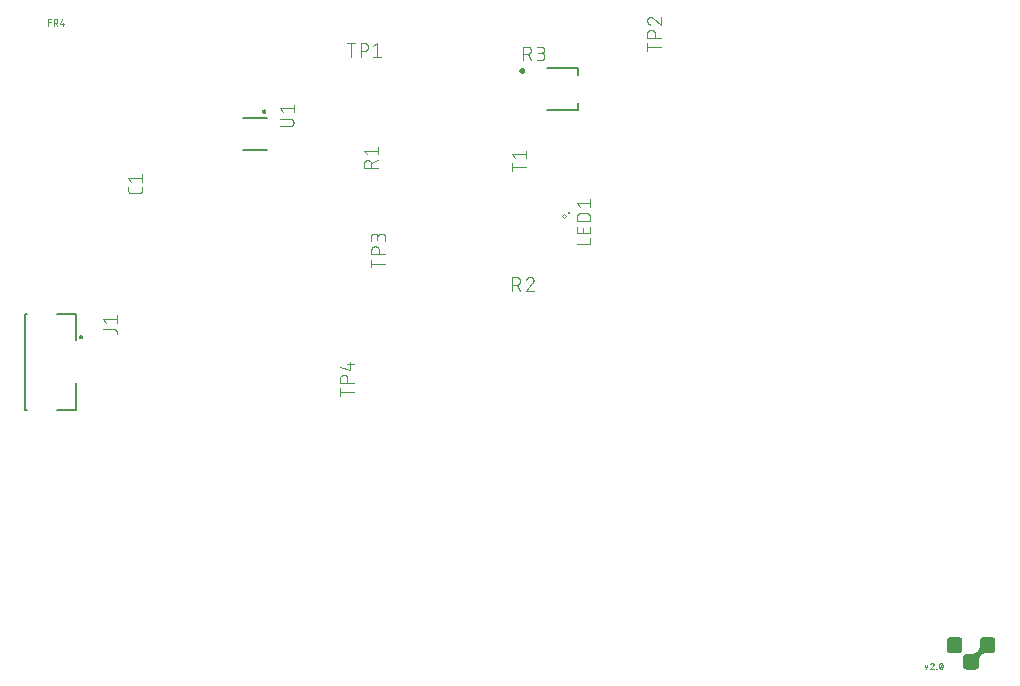
<source format=gto>
G04 EAGLE Gerber RS-274X export*
G75*
%MOMM*%
%FSLAX34Y34*%
%LPD*%
%INSilkscreen Top*%
%IPPOS*%
%AMOC8*
5,1,8,0,0,1.08239X$1,22.5*%
G01*
%ADD10C,0.076200*%
%ADD11C,0.200000*%
%ADD12C,0.127000*%
%ADD13C,0.101600*%
%ADD14C,0.240000*%
%ADD15C,0.063400*%
%ADD16C,0.250000*%

G36*
X805511Y10135D02*
X805511Y10135D01*
X805540Y10133D01*
X806197Y10220D01*
X806233Y10233D01*
X806293Y10245D01*
X806906Y10499D01*
X806936Y10521D01*
X806991Y10549D01*
X807518Y10952D01*
X807542Y10982D01*
X807588Y11022D01*
X807991Y11549D01*
X808007Y11583D01*
X808041Y11635D01*
X808295Y12247D01*
X808301Y12285D01*
X808319Y12338D01*
X808319Y12339D01*
X808320Y12343D01*
X808407Y13000D01*
X808405Y13022D01*
X808410Y13050D01*
X808410Y18111D01*
X808527Y19294D01*
X808866Y20414D01*
X809418Y21446D01*
X810160Y22350D01*
X811064Y23092D01*
X812096Y23644D01*
X813216Y23983D01*
X814399Y24100D01*
X819460Y24100D01*
X819481Y24105D01*
X819510Y24103D01*
X820167Y24190D01*
X820203Y24203D01*
X820263Y24215D01*
X820876Y24469D01*
X820906Y24491D01*
X820961Y24519D01*
X821488Y24922D01*
X821512Y24952D01*
X821558Y24992D01*
X821961Y25519D01*
X821977Y25553D01*
X822011Y25605D01*
X822265Y26217D01*
X822271Y26255D01*
X822290Y26313D01*
X822377Y26970D01*
X822375Y26992D01*
X822380Y27020D01*
X822380Y34640D01*
X822375Y34661D01*
X822377Y34690D01*
X822290Y35347D01*
X822277Y35383D01*
X822265Y35443D01*
X822011Y36056D01*
X821989Y36086D01*
X821961Y36141D01*
X821558Y36668D01*
X821528Y36692D01*
X821488Y36738D01*
X820961Y37141D01*
X820927Y37157D01*
X820876Y37191D01*
X820263Y37445D01*
X820226Y37451D01*
X820167Y37470D01*
X819510Y37557D01*
X819488Y37555D01*
X819460Y37560D01*
X811840Y37560D01*
X811819Y37555D01*
X811790Y37557D01*
X811133Y37470D01*
X811097Y37457D01*
X811037Y37445D01*
X810425Y37191D01*
X810394Y37169D01*
X810339Y37141D01*
X809812Y36738D01*
X809788Y36708D01*
X809742Y36668D01*
X809339Y36141D01*
X809323Y36107D01*
X809289Y36056D01*
X809035Y35443D01*
X809029Y35406D01*
X809010Y35347D01*
X808923Y34690D01*
X808925Y34668D01*
X808920Y34640D01*
X808920Y29579D01*
X808803Y28396D01*
X808464Y27276D01*
X807912Y26244D01*
X807170Y25340D01*
X806266Y24598D01*
X805234Y24046D01*
X804114Y23707D01*
X802931Y23590D01*
X797870Y23590D01*
X797849Y23585D01*
X797820Y23587D01*
X797163Y23500D01*
X797127Y23487D01*
X797067Y23475D01*
X796455Y23221D01*
X796424Y23199D01*
X796369Y23171D01*
X795842Y22768D01*
X795818Y22738D01*
X795772Y22698D01*
X795369Y22171D01*
X795353Y22137D01*
X795319Y22086D01*
X795065Y21473D01*
X795059Y21436D01*
X795040Y21377D01*
X794953Y20720D01*
X794955Y20698D01*
X794950Y20670D01*
X794950Y13050D01*
X794955Y13029D01*
X794953Y13000D01*
X795040Y12343D01*
X795047Y12323D01*
X795047Y12311D01*
X795055Y12296D01*
X795065Y12247D01*
X795319Y11635D01*
X795341Y11604D01*
X795369Y11549D01*
X795772Y11022D01*
X795777Y11019D01*
X795777Y11018D01*
X795784Y11013D01*
X795802Y10998D01*
X795842Y10952D01*
X796369Y10549D01*
X796403Y10533D01*
X796455Y10499D01*
X797067Y10245D01*
X797105Y10239D01*
X797163Y10220D01*
X797820Y10133D01*
X797842Y10135D01*
X797870Y10130D01*
X805490Y10130D01*
X805511Y10135D01*
G37*
G36*
X791541Y24105D02*
X791541Y24105D01*
X791570Y24103D01*
X792227Y24190D01*
X792263Y24203D01*
X792323Y24215D01*
X792936Y24469D01*
X792966Y24491D01*
X793021Y24519D01*
X793548Y24922D01*
X793572Y24952D01*
X793618Y24992D01*
X794021Y25519D01*
X794037Y25553D01*
X794071Y25605D01*
X794325Y26217D01*
X794331Y26255D01*
X794349Y26307D01*
X794349Y26309D01*
X794350Y26313D01*
X794437Y26970D01*
X794435Y26992D01*
X794440Y27020D01*
X794440Y34640D01*
X794435Y34661D01*
X794437Y34690D01*
X794350Y35347D01*
X794337Y35383D01*
X794325Y35443D01*
X794071Y36056D01*
X794049Y36086D01*
X794021Y36141D01*
X793618Y36668D01*
X793588Y36692D01*
X793548Y36738D01*
X793021Y37141D01*
X792987Y37157D01*
X792936Y37191D01*
X792323Y37445D01*
X792286Y37451D01*
X792227Y37470D01*
X791570Y37557D01*
X791548Y37555D01*
X791520Y37560D01*
X783900Y37560D01*
X783879Y37555D01*
X783850Y37557D01*
X783193Y37470D01*
X783157Y37457D01*
X783097Y37445D01*
X782485Y37191D01*
X782454Y37169D01*
X782399Y37141D01*
X781872Y36738D01*
X781848Y36708D01*
X781802Y36668D01*
X781399Y36141D01*
X781383Y36107D01*
X781349Y36056D01*
X781095Y35443D01*
X781089Y35406D01*
X781070Y35347D01*
X780983Y34690D01*
X780985Y34668D01*
X780980Y34640D01*
X780980Y27020D01*
X780985Y26999D01*
X780983Y26970D01*
X781070Y26313D01*
X781077Y26293D01*
X781077Y26281D01*
X781085Y26266D01*
X781095Y26217D01*
X781349Y25605D01*
X781371Y25574D01*
X781399Y25519D01*
X781802Y24992D01*
X781807Y24989D01*
X781807Y24988D01*
X781814Y24983D01*
X781832Y24968D01*
X781872Y24922D01*
X782399Y24519D01*
X782433Y24503D01*
X782485Y24469D01*
X783097Y24215D01*
X783135Y24209D01*
X783193Y24190D01*
X783850Y24103D01*
X783872Y24105D01*
X783900Y24100D01*
X791520Y24100D01*
X791541Y24105D01*
G37*
D10*
X762381Y13937D02*
X763566Y10381D01*
X764752Y13937D01*
X768652Y15715D02*
X768724Y15713D01*
X768796Y15707D01*
X768868Y15697D01*
X768939Y15684D01*
X769009Y15666D01*
X769078Y15645D01*
X769146Y15620D01*
X769212Y15592D01*
X769277Y15560D01*
X769340Y15524D01*
X769401Y15485D01*
X769459Y15443D01*
X769516Y15398D01*
X769569Y15349D01*
X769620Y15298D01*
X769669Y15245D01*
X769714Y15188D01*
X769756Y15130D01*
X769795Y15069D01*
X769831Y15006D01*
X769863Y14941D01*
X769891Y14875D01*
X769916Y14807D01*
X769937Y14738D01*
X769955Y14668D01*
X769968Y14597D01*
X769978Y14525D01*
X769984Y14453D01*
X769986Y14381D01*
X768652Y15715D02*
X768572Y15713D01*
X768493Y15708D01*
X768413Y15698D01*
X768335Y15685D01*
X768257Y15669D01*
X768179Y15649D01*
X768103Y15625D01*
X768028Y15597D01*
X767955Y15567D01*
X767883Y15533D01*
X767812Y15495D01*
X767744Y15454D01*
X767677Y15410D01*
X767612Y15364D01*
X767550Y15314D01*
X767490Y15261D01*
X767433Y15205D01*
X767378Y15147D01*
X767326Y15087D01*
X767277Y15024D01*
X767231Y14959D01*
X767188Y14892D01*
X767148Y14823D01*
X767112Y14752D01*
X767078Y14679D01*
X767049Y14605D01*
X767022Y14530D01*
X769541Y13344D02*
X769592Y13395D01*
X769640Y13449D01*
X769686Y13505D01*
X769729Y13564D01*
X769769Y13624D01*
X769805Y13687D01*
X769839Y13751D01*
X769869Y13817D01*
X769896Y13884D01*
X769919Y13953D01*
X769939Y14022D01*
X769956Y14093D01*
X769969Y14164D01*
X769978Y14236D01*
X769983Y14309D01*
X769985Y14381D01*
X769541Y13344D02*
X767022Y10381D01*
X769986Y10381D01*
X772196Y10381D02*
X772196Y10677D01*
X772493Y10677D01*
X772493Y10381D01*
X772196Y10381D01*
X774703Y13048D02*
X774705Y13173D01*
X774710Y13297D01*
X774719Y13421D01*
X774731Y13545D01*
X774747Y13669D01*
X774766Y13792D01*
X774789Y13915D01*
X774816Y14037D01*
X774845Y14158D01*
X774878Y14278D01*
X774915Y14397D01*
X774955Y14515D01*
X774998Y14632D01*
X775045Y14747D01*
X775095Y14862D01*
X775148Y14974D01*
X775171Y15035D01*
X775197Y15094D01*
X775227Y15152D01*
X775260Y15207D01*
X775297Y15261D01*
X775336Y15312D01*
X775378Y15361D01*
X775424Y15407D01*
X775472Y15451D01*
X775522Y15492D01*
X775575Y15529D01*
X775629Y15564D01*
X775686Y15595D01*
X775745Y15623D01*
X775805Y15647D01*
X775866Y15668D01*
X775928Y15685D01*
X775992Y15698D01*
X776056Y15707D01*
X776120Y15713D01*
X776185Y15715D01*
X776250Y15713D01*
X776314Y15707D01*
X776378Y15698D01*
X776442Y15685D01*
X776504Y15668D01*
X776565Y15647D01*
X776625Y15623D01*
X776684Y15595D01*
X776741Y15564D01*
X776795Y15529D01*
X776848Y15492D01*
X776898Y15451D01*
X776946Y15407D01*
X776992Y15361D01*
X777034Y15312D01*
X777073Y15261D01*
X777110Y15207D01*
X777143Y15152D01*
X777173Y15094D01*
X777199Y15035D01*
X777222Y14974D01*
X777275Y14862D01*
X777325Y14747D01*
X777372Y14632D01*
X777415Y14515D01*
X777455Y14397D01*
X777492Y14278D01*
X777525Y14158D01*
X777554Y14037D01*
X777581Y13915D01*
X777604Y13792D01*
X777623Y13669D01*
X777639Y13545D01*
X777651Y13421D01*
X777660Y13297D01*
X777665Y13173D01*
X777667Y13048D01*
X774703Y13048D02*
X774705Y12923D01*
X774710Y12799D01*
X774719Y12675D01*
X774731Y12551D01*
X774747Y12427D01*
X774766Y12304D01*
X774789Y12181D01*
X774816Y12060D01*
X774845Y11939D01*
X774878Y11818D01*
X774915Y11699D01*
X774955Y11581D01*
X774998Y11464D01*
X775045Y11349D01*
X775095Y11234D01*
X775148Y11122D01*
X775171Y11061D01*
X775197Y11002D01*
X775227Y10944D01*
X775260Y10889D01*
X775297Y10835D01*
X775336Y10784D01*
X775378Y10735D01*
X775424Y10689D01*
X775472Y10645D01*
X775522Y10604D01*
X775575Y10567D01*
X775629Y10532D01*
X775686Y10501D01*
X775745Y10473D01*
X775805Y10449D01*
X775866Y10428D01*
X775928Y10411D01*
X775992Y10398D01*
X776056Y10389D01*
X776120Y10383D01*
X776185Y10381D01*
X777222Y11122D02*
X777275Y11234D01*
X777325Y11349D01*
X777372Y11464D01*
X777415Y11581D01*
X777455Y11699D01*
X777492Y11818D01*
X777525Y11939D01*
X777554Y12060D01*
X777581Y12181D01*
X777604Y12304D01*
X777623Y12427D01*
X777639Y12551D01*
X777651Y12675D01*
X777660Y12799D01*
X777665Y12923D01*
X777667Y13048D01*
X777222Y11122D02*
X777199Y11061D01*
X777173Y11002D01*
X777143Y10944D01*
X777110Y10889D01*
X777073Y10835D01*
X777034Y10784D01*
X776992Y10735D01*
X776946Y10689D01*
X776898Y10645D01*
X776848Y10604D01*
X776795Y10567D01*
X776741Y10532D01*
X776684Y10501D01*
X776625Y10473D01*
X776565Y10449D01*
X776504Y10428D01*
X776442Y10411D01*
X776378Y10398D01*
X776314Y10389D01*
X776250Y10383D01*
X776185Y10381D01*
X775000Y11566D02*
X777370Y14530D01*
X20381Y555333D02*
X20381Y560667D01*
X22752Y560667D01*
X22752Y558296D02*
X20381Y558296D01*
X25167Y560667D02*
X25167Y555333D01*
X25167Y560667D02*
X26649Y560667D01*
X26725Y560665D01*
X26801Y560659D01*
X26877Y560649D01*
X26952Y560636D01*
X27026Y560618D01*
X27100Y560597D01*
X27172Y560572D01*
X27242Y560543D01*
X27312Y560511D01*
X27379Y560475D01*
X27444Y560435D01*
X27508Y560393D01*
X27569Y560347D01*
X27627Y560298D01*
X27683Y560246D01*
X27737Y560192D01*
X27787Y560134D01*
X27834Y560075D01*
X27879Y560012D01*
X27920Y559948D01*
X27957Y559882D01*
X27991Y559813D01*
X28022Y559743D01*
X28049Y559672D01*
X28072Y559599D01*
X28091Y559525D01*
X28107Y559451D01*
X28119Y559375D01*
X28127Y559299D01*
X28131Y559223D01*
X28131Y559147D01*
X28127Y559071D01*
X28119Y558995D01*
X28107Y558919D01*
X28091Y558845D01*
X28072Y558771D01*
X28049Y558698D01*
X28022Y558627D01*
X27991Y558557D01*
X27957Y558488D01*
X27920Y558422D01*
X27879Y558358D01*
X27834Y558295D01*
X27787Y558236D01*
X27737Y558178D01*
X27683Y558124D01*
X27627Y558072D01*
X27569Y558023D01*
X27508Y557977D01*
X27444Y557935D01*
X27379Y557895D01*
X27312Y557859D01*
X27242Y557827D01*
X27172Y557798D01*
X27100Y557773D01*
X27026Y557752D01*
X26952Y557734D01*
X26877Y557721D01*
X26801Y557711D01*
X26725Y557705D01*
X26649Y557703D01*
X26649Y557704D02*
X25167Y557704D01*
X26945Y557704D02*
X28131Y555333D01*
X30608Y556518D02*
X31794Y560667D01*
X30608Y556518D02*
X33572Y556518D01*
X32683Y555333D02*
X32683Y557704D01*
D11*
X202278Y482685D02*
X202280Y482748D01*
X202286Y482810D01*
X202296Y482872D01*
X202309Y482934D01*
X202327Y482994D01*
X202348Y483053D01*
X202373Y483111D01*
X202402Y483167D01*
X202434Y483221D01*
X202469Y483273D01*
X202507Y483322D01*
X202549Y483370D01*
X202593Y483414D01*
X202641Y483456D01*
X202690Y483494D01*
X202742Y483529D01*
X202796Y483561D01*
X202852Y483590D01*
X202910Y483615D01*
X202969Y483636D01*
X203029Y483654D01*
X203091Y483667D01*
X203153Y483677D01*
X203215Y483683D01*
X203278Y483685D01*
X203341Y483683D01*
X203403Y483677D01*
X203465Y483667D01*
X203527Y483654D01*
X203587Y483636D01*
X203646Y483615D01*
X203704Y483590D01*
X203760Y483561D01*
X203814Y483529D01*
X203866Y483494D01*
X203915Y483456D01*
X203963Y483414D01*
X204007Y483370D01*
X204049Y483322D01*
X204087Y483273D01*
X204122Y483221D01*
X204154Y483167D01*
X204183Y483111D01*
X204208Y483053D01*
X204229Y482994D01*
X204247Y482934D01*
X204260Y482872D01*
X204270Y482810D01*
X204276Y482748D01*
X204278Y482685D01*
X204276Y482622D01*
X204270Y482560D01*
X204260Y482498D01*
X204247Y482436D01*
X204229Y482376D01*
X204208Y482317D01*
X204183Y482259D01*
X204154Y482203D01*
X204122Y482149D01*
X204087Y482097D01*
X204049Y482048D01*
X204007Y482000D01*
X203963Y481956D01*
X203915Y481914D01*
X203866Y481876D01*
X203814Y481841D01*
X203760Y481809D01*
X203704Y481780D01*
X203646Y481755D01*
X203587Y481734D01*
X203527Y481716D01*
X203465Y481703D01*
X203403Y481693D01*
X203341Y481687D01*
X203278Y481685D01*
X203215Y481687D01*
X203153Y481693D01*
X203091Y481703D01*
X203029Y481716D01*
X202969Y481734D01*
X202910Y481755D01*
X202852Y481780D01*
X202796Y481809D01*
X202742Y481841D01*
X202690Y481876D01*
X202641Y481914D01*
X202593Y481956D01*
X202549Y482000D01*
X202507Y482048D01*
X202469Y482097D01*
X202434Y482149D01*
X202402Y482203D01*
X202373Y482259D01*
X202348Y482317D01*
X202327Y482376D01*
X202309Y482436D01*
X202296Y482498D01*
X202286Y482560D01*
X202280Y482622D01*
X202278Y482685D01*
D12*
X205580Y477250D02*
X185580Y477250D01*
X185580Y449850D02*
X205580Y449850D01*
D13*
X216408Y470140D02*
X224846Y470140D01*
X224846Y470139D02*
X224959Y470141D01*
X225072Y470147D01*
X225185Y470157D01*
X225298Y470171D01*
X225410Y470188D01*
X225521Y470210D01*
X225631Y470235D01*
X225741Y470265D01*
X225849Y470298D01*
X225956Y470335D01*
X226062Y470375D01*
X226166Y470420D01*
X226269Y470468D01*
X226370Y470519D01*
X226469Y470574D01*
X226566Y470632D01*
X226661Y470694D01*
X226754Y470759D01*
X226844Y470827D01*
X226932Y470898D01*
X227018Y470973D01*
X227101Y471050D01*
X227181Y471130D01*
X227258Y471213D01*
X227333Y471299D01*
X227404Y471387D01*
X227472Y471477D01*
X227537Y471570D01*
X227599Y471665D01*
X227657Y471762D01*
X227712Y471861D01*
X227763Y471962D01*
X227811Y472065D01*
X227856Y472169D01*
X227896Y472275D01*
X227933Y472382D01*
X227966Y472490D01*
X227996Y472600D01*
X228021Y472710D01*
X228043Y472821D01*
X228060Y472933D01*
X228074Y473046D01*
X228084Y473159D01*
X228090Y473272D01*
X228092Y473385D01*
X228090Y473498D01*
X228084Y473611D01*
X228074Y473724D01*
X228060Y473837D01*
X228043Y473949D01*
X228021Y474060D01*
X227996Y474170D01*
X227966Y474280D01*
X227933Y474388D01*
X227896Y474495D01*
X227856Y474601D01*
X227811Y474705D01*
X227763Y474808D01*
X227712Y474909D01*
X227657Y475008D01*
X227599Y475105D01*
X227537Y475200D01*
X227472Y475293D01*
X227404Y475383D01*
X227333Y475471D01*
X227258Y475557D01*
X227181Y475640D01*
X227101Y475720D01*
X227018Y475797D01*
X226932Y475872D01*
X226844Y475943D01*
X226754Y476011D01*
X226661Y476076D01*
X226566Y476138D01*
X226469Y476196D01*
X226370Y476251D01*
X226269Y476302D01*
X226166Y476350D01*
X226062Y476395D01*
X225956Y476435D01*
X225849Y476472D01*
X225741Y476505D01*
X225631Y476535D01*
X225521Y476560D01*
X225410Y476582D01*
X225298Y476599D01*
X225185Y476613D01*
X225072Y476623D01*
X224959Y476629D01*
X224846Y476631D01*
X216408Y476631D01*
X219004Y481951D02*
X216408Y485196D01*
X228092Y485196D01*
X228092Y481951D02*
X228092Y488442D01*
X413445Y342392D02*
X413445Y330708D01*
X413445Y342392D02*
X416690Y342392D01*
X416803Y342390D01*
X416916Y342384D01*
X417029Y342374D01*
X417142Y342360D01*
X417254Y342343D01*
X417365Y342321D01*
X417475Y342296D01*
X417585Y342266D01*
X417693Y342233D01*
X417800Y342196D01*
X417906Y342156D01*
X418010Y342111D01*
X418113Y342063D01*
X418214Y342012D01*
X418313Y341957D01*
X418410Y341899D01*
X418505Y341837D01*
X418598Y341772D01*
X418688Y341704D01*
X418776Y341633D01*
X418862Y341558D01*
X418945Y341481D01*
X419025Y341401D01*
X419102Y341318D01*
X419177Y341232D01*
X419248Y341144D01*
X419316Y341054D01*
X419381Y340961D01*
X419443Y340866D01*
X419501Y340769D01*
X419556Y340670D01*
X419607Y340569D01*
X419655Y340466D01*
X419700Y340362D01*
X419740Y340256D01*
X419777Y340149D01*
X419810Y340041D01*
X419840Y339931D01*
X419865Y339821D01*
X419887Y339710D01*
X419904Y339598D01*
X419918Y339485D01*
X419928Y339372D01*
X419934Y339259D01*
X419936Y339146D01*
X419934Y339033D01*
X419928Y338920D01*
X419918Y338807D01*
X419904Y338694D01*
X419887Y338582D01*
X419865Y338471D01*
X419840Y338361D01*
X419810Y338251D01*
X419777Y338143D01*
X419740Y338036D01*
X419700Y337930D01*
X419655Y337826D01*
X419607Y337723D01*
X419556Y337622D01*
X419501Y337523D01*
X419443Y337426D01*
X419381Y337331D01*
X419316Y337238D01*
X419248Y337148D01*
X419177Y337060D01*
X419102Y336974D01*
X419025Y336891D01*
X418945Y336811D01*
X418862Y336734D01*
X418776Y336659D01*
X418688Y336588D01*
X418598Y336520D01*
X418505Y336455D01*
X418410Y336393D01*
X418313Y336335D01*
X418214Y336280D01*
X418113Y336229D01*
X418010Y336181D01*
X417906Y336136D01*
X417800Y336096D01*
X417693Y336059D01*
X417585Y336026D01*
X417475Y335996D01*
X417365Y335971D01*
X417254Y335949D01*
X417142Y335932D01*
X417029Y335918D01*
X416916Y335908D01*
X416803Y335902D01*
X416690Y335900D01*
X416690Y335901D02*
X413445Y335901D01*
X417339Y335901D02*
X419936Y330708D01*
X431292Y339471D02*
X431290Y339578D01*
X431284Y339684D01*
X431274Y339790D01*
X431261Y339896D01*
X431243Y340002D01*
X431222Y340106D01*
X431197Y340210D01*
X431168Y340313D01*
X431136Y340414D01*
X431099Y340514D01*
X431059Y340613D01*
X431016Y340711D01*
X430969Y340807D01*
X430918Y340901D01*
X430864Y340993D01*
X430807Y341083D01*
X430747Y341171D01*
X430683Y341256D01*
X430616Y341339D01*
X430546Y341420D01*
X430474Y341498D01*
X430398Y341574D01*
X430320Y341646D01*
X430239Y341716D01*
X430156Y341783D01*
X430071Y341847D01*
X429983Y341907D01*
X429893Y341964D01*
X429801Y342018D01*
X429707Y342069D01*
X429611Y342116D01*
X429513Y342159D01*
X429414Y342199D01*
X429314Y342236D01*
X429213Y342268D01*
X429110Y342297D01*
X429006Y342322D01*
X428902Y342343D01*
X428796Y342361D01*
X428690Y342374D01*
X428584Y342384D01*
X428478Y342390D01*
X428371Y342392D01*
X428250Y342390D01*
X428129Y342384D01*
X428009Y342374D01*
X427888Y342361D01*
X427769Y342343D01*
X427649Y342322D01*
X427531Y342297D01*
X427414Y342268D01*
X427297Y342235D01*
X427182Y342199D01*
X427068Y342158D01*
X426955Y342115D01*
X426843Y342067D01*
X426734Y342016D01*
X426626Y341961D01*
X426519Y341903D01*
X426415Y341842D01*
X426313Y341777D01*
X426213Y341709D01*
X426115Y341638D01*
X426019Y341564D01*
X425926Y341487D01*
X425836Y341406D01*
X425748Y341323D01*
X425663Y341237D01*
X425580Y341148D01*
X425501Y341057D01*
X425424Y340963D01*
X425351Y340867D01*
X425281Y340769D01*
X425214Y340668D01*
X425150Y340565D01*
X425090Y340460D01*
X425033Y340353D01*
X424979Y340245D01*
X424929Y340135D01*
X424883Y340023D01*
X424840Y339910D01*
X424801Y339795D01*
X430319Y337199D02*
X430398Y337276D01*
X430474Y337357D01*
X430547Y337440D01*
X430617Y337525D01*
X430684Y337613D01*
X430748Y337703D01*
X430808Y337795D01*
X430865Y337890D01*
X430919Y337986D01*
X430970Y338084D01*
X431017Y338184D01*
X431061Y338286D01*
X431101Y338389D01*
X431137Y338493D01*
X431169Y338599D01*
X431198Y338705D01*
X431223Y338813D01*
X431245Y338921D01*
X431262Y339031D01*
X431276Y339140D01*
X431285Y339250D01*
X431291Y339361D01*
X431293Y339471D01*
X430318Y337199D02*
X424801Y330708D01*
X431292Y330708D01*
D12*
X442350Y519650D02*
X468850Y519650D01*
X468850Y513650D01*
X468850Y483650D02*
X442350Y483650D01*
X468850Y483650D02*
X468850Y489650D01*
D14*
X420193Y517230D02*
X420195Y517299D01*
X420201Y517368D01*
X420211Y517436D01*
X420225Y517504D01*
X420242Y517571D01*
X420264Y517637D01*
X420289Y517701D01*
X420318Y517764D01*
X420351Y517825D01*
X420387Y517884D01*
X420426Y517941D01*
X420469Y517995D01*
X420514Y518047D01*
X420563Y518097D01*
X420614Y518143D01*
X420668Y518186D01*
X420725Y518227D01*
X420783Y518263D01*
X420844Y518297D01*
X420906Y518327D01*
X420970Y518353D01*
X421035Y518375D01*
X421102Y518394D01*
X421170Y518409D01*
X421238Y518420D01*
X421307Y518427D01*
X421376Y518430D01*
X421445Y518429D01*
X421514Y518424D01*
X421582Y518415D01*
X421650Y518402D01*
X421717Y518385D01*
X421784Y518365D01*
X421848Y518340D01*
X421911Y518312D01*
X421973Y518281D01*
X422032Y518245D01*
X422090Y518207D01*
X422145Y518165D01*
X422198Y518120D01*
X422248Y518072D01*
X422295Y518022D01*
X422339Y517968D01*
X422380Y517913D01*
X422418Y517855D01*
X422452Y517795D01*
X422483Y517733D01*
X422510Y517669D01*
X422533Y517604D01*
X422553Y517538D01*
X422569Y517470D01*
X422581Y517402D01*
X422589Y517334D01*
X422593Y517265D01*
X422593Y517195D01*
X422589Y517126D01*
X422581Y517058D01*
X422569Y516990D01*
X422553Y516922D01*
X422533Y516856D01*
X422510Y516791D01*
X422483Y516727D01*
X422452Y516665D01*
X422418Y516605D01*
X422380Y516547D01*
X422339Y516492D01*
X422295Y516438D01*
X422248Y516388D01*
X422198Y516340D01*
X422145Y516295D01*
X422090Y516253D01*
X422032Y516215D01*
X421973Y516179D01*
X421911Y516148D01*
X421848Y516120D01*
X421784Y516095D01*
X421717Y516075D01*
X421650Y516058D01*
X421582Y516045D01*
X421514Y516036D01*
X421445Y516031D01*
X421376Y516030D01*
X421307Y516033D01*
X421238Y516040D01*
X421170Y516051D01*
X421102Y516066D01*
X421035Y516085D01*
X420970Y516107D01*
X420906Y516133D01*
X420844Y516163D01*
X420783Y516197D01*
X420725Y516233D01*
X420668Y516274D01*
X420614Y516317D01*
X420563Y516363D01*
X420514Y516413D01*
X420469Y516465D01*
X420426Y516519D01*
X420387Y516576D01*
X420351Y516635D01*
X420318Y516696D01*
X420289Y516759D01*
X420264Y516823D01*
X420242Y516889D01*
X420225Y516956D01*
X420211Y517024D01*
X420201Y517092D01*
X420195Y517161D01*
X420193Y517230D01*
D13*
X422546Y525892D02*
X422546Y537578D01*
X425792Y537578D01*
X425905Y537576D01*
X426018Y537570D01*
X426131Y537560D01*
X426244Y537546D01*
X426356Y537529D01*
X426467Y537507D01*
X426577Y537482D01*
X426687Y537452D01*
X426795Y537419D01*
X426902Y537382D01*
X427008Y537342D01*
X427112Y537297D01*
X427215Y537249D01*
X427316Y537198D01*
X427415Y537143D01*
X427512Y537085D01*
X427607Y537023D01*
X427700Y536958D01*
X427790Y536890D01*
X427878Y536819D01*
X427964Y536744D01*
X428047Y536667D01*
X428127Y536587D01*
X428204Y536504D01*
X428279Y536418D01*
X428350Y536330D01*
X428418Y536240D01*
X428483Y536147D01*
X428545Y536052D01*
X428603Y535955D01*
X428658Y535856D01*
X428709Y535755D01*
X428757Y535652D01*
X428802Y535548D01*
X428842Y535442D01*
X428879Y535335D01*
X428912Y535227D01*
X428942Y535117D01*
X428967Y535007D01*
X428989Y534896D01*
X429006Y534784D01*
X429020Y534671D01*
X429030Y534558D01*
X429036Y534445D01*
X429038Y534332D01*
X429036Y534219D01*
X429030Y534106D01*
X429020Y533993D01*
X429006Y533880D01*
X428989Y533768D01*
X428967Y533657D01*
X428942Y533547D01*
X428912Y533437D01*
X428879Y533329D01*
X428842Y533222D01*
X428802Y533116D01*
X428757Y533012D01*
X428709Y532909D01*
X428658Y532808D01*
X428603Y532709D01*
X428545Y532612D01*
X428483Y532517D01*
X428418Y532424D01*
X428350Y532334D01*
X428279Y532246D01*
X428204Y532160D01*
X428127Y532077D01*
X428047Y531997D01*
X427964Y531920D01*
X427878Y531845D01*
X427790Y531774D01*
X427700Y531706D01*
X427607Y531641D01*
X427512Y531579D01*
X427415Y531521D01*
X427316Y531466D01*
X427215Y531415D01*
X427112Y531367D01*
X427008Y531322D01*
X426902Y531282D01*
X426795Y531245D01*
X426687Y531212D01*
X426577Y531182D01*
X426467Y531157D01*
X426356Y531135D01*
X426244Y531118D01*
X426131Y531104D01*
X426018Y531094D01*
X425905Y531088D01*
X425792Y531086D01*
X425792Y531085D02*
X422546Y531085D01*
X426441Y531085D02*
X429038Y525892D01*
X433904Y525892D02*
X437150Y525892D01*
X437263Y525894D01*
X437376Y525900D01*
X437489Y525910D01*
X437602Y525924D01*
X437714Y525941D01*
X437825Y525963D01*
X437935Y525988D01*
X438045Y526018D01*
X438153Y526051D01*
X438260Y526088D01*
X438366Y526128D01*
X438470Y526173D01*
X438573Y526221D01*
X438674Y526272D01*
X438773Y526327D01*
X438870Y526385D01*
X438965Y526447D01*
X439058Y526512D01*
X439148Y526580D01*
X439236Y526651D01*
X439322Y526726D01*
X439405Y526803D01*
X439485Y526883D01*
X439562Y526966D01*
X439637Y527052D01*
X439708Y527140D01*
X439776Y527230D01*
X439841Y527323D01*
X439903Y527418D01*
X439961Y527515D01*
X440016Y527614D01*
X440067Y527715D01*
X440115Y527818D01*
X440160Y527922D01*
X440200Y528028D01*
X440237Y528135D01*
X440270Y528243D01*
X440300Y528353D01*
X440325Y528463D01*
X440347Y528574D01*
X440364Y528686D01*
X440378Y528799D01*
X440388Y528912D01*
X440394Y529025D01*
X440396Y529138D01*
X440394Y529251D01*
X440388Y529364D01*
X440378Y529477D01*
X440364Y529590D01*
X440347Y529702D01*
X440325Y529813D01*
X440300Y529923D01*
X440270Y530033D01*
X440237Y530141D01*
X440200Y530248D01*
X440160Y530354D01*
X440115Y530458D01*
X440067Y530561D01*
X440016Y530662D01*
X439961Y530761D01*
X439903Y530858D01*
X439841Y530953D01*
X439776Y531046D01*
X439708Y531136D01*
X439637Y531224D01*
X439562Y531310D01*
X439485Y531393D01*
X439405Y531473D01*
X439322Y531550D01*
X439236Y531625D01*
X439148Y531696D01*
X439058Y531764D01*
X438965Y531829D01*
X438870Y531891D01*
X438773Y531949D01*
X438674Y532004D01*
X438573Y532055D01*
X438470Y532103D01*
X438366Y532148D01*
X438260Y532188D01*
X438153Y532225D01*
X438045Y532258D01*
X437935Y532288D01*
X437825Y532313D01*
X437714Y532335D01*
X437602Y532352D01*
X437489Y532366D01*
X437376Y532376D01*
X437263Y532382D01*
X437150Y532384D01*
X437800Y537578D02*
X433904Y537578D01*
X437800Y537578D02*
X437901Y537576D01*
X438001Y537570D01*
X438101Y537560D01*
X438201Y537547D01*
X438300Y537529D01*
X438399Y537508D01*
X438496Y537483D01*
X438593Y537454D01*
X438688Y537421D01*
X438782Y537385D01*
X438875Y537345D01*
X438966Y537302D01*
X439055Y537255D01*
X439142Y537204D01*
X439227Y537151D01*
X439310Y537094D01*
X439391Y537034D01*
X439469Y536970D01*
X439545Y536904D01*
X439618Y536835D01*
X439689Y536763D01*
X439757Y536689D01*
X439821Y536611D01*
X439883Y536532D01*
X439942Y536450D01*
X439997Y536366D01*
X440049Y536280D01*
X440098Y536191D01*
X440143Y536101D01*
X440185Y536010D01*
X440223Y535916D01*
X440257Y535822D01*
X440288Y535726D01*
X440315Y535629D01*
X440338Y535531D01*
X440358Y535432D01*
X440373Y535332D01*
X440385Y535232D01*
X440393Y535132D01*
X440397Y535031D01*
X440397Y534931D01*
X440393Y534830D01*
X440385Y534730D01*
X440373Y534630D01*
X440358Y534530D01*
X440338Y534431D01*
X440315Y534333D01*
X440288Y534236D01*
X440257Y534140D01*
X440223Y534046D01*
X440185Y533952D01*
X440143Y533861D01*
X440098Y533771D01*
X440049Y533683D01*
X439997Y533596D01*
X439942Y533512D01*
X439883Y533430D01*
X439821Y533351D01*
X439757Y533273D01*
X439689Y533199D01*
X439618Y533127D01*
X439545Y533058D01*
X439469Y532992D01*
X439391Y532928D01*
X439310Y532868D01*
X439227Y532811D01*
X439142Y532758D01*
X439055Y532707D01*
X438966Y532660D01*
X438875Y532617D01*
X438782Y532577D01*
X438688Y532541D01*
X438593Y532508D01*
X438496Y532479D01*
X438399Y532454D01*
X438300Y532433D01*
X438201Y532415D01*
X438101Y532402D01*
X438001Y532392D01*
X437901Y532386D01*
X437800Y532384D01*
X435203Y532384D01*
D12*
X2540Y311010D02*
X740Y311010D01*
X740Y230010D01*
X2540Y230010D01*
X27940Y311010D02*
X43740Y311010D01*
X43740Y288710D01*
X43740Y252310D02*
X43740Y230010D01*
X27940Y230010D01*
D11*
X47240Y291510D02*
X47242Y291573D01*
X47248Y291635D01*
X47258Y291697D01*
X47271Y291759D01*
X47289Y291819D01*
X47310Y291878D01*
X47335Y291936D01*
X47364Y291992D01*
X47396Y292046D01*
X47431Y292098D01*
X47469Y292147D01*
X47511Y292195D01*
X47555Y292239D01*
X47603Y292281D01*
X47652Y292319D01*
X47704Y292354D01*
X47758Y292386D01*
X47814Y292415D01*
X47872Y292440D01*
X47931Y292461D01*
X47991Y292479D01*
X48053Y292492D01*
X48115Y292502D01*
X48177Y292508D01*
X48240Y292510D01*
X48303Y292508D01*
X48365Y292502D01*
X48427Y292492D01*
X48489Y292479D01*
X48549Y292461D01*
X48608Y292440D01*
X48666Y292415D01*
X48722Y292386D01*
X48776Y292354D01*
X48828Y292319D01*
X48877Y292281D01*
X48925Y292239D01*
X48969Y292195D01*
X49011Y292147D01*
X49049Y292098D01*
X49084Y292046D01*
X49116Y291992D01*
X49145Y291936D01*
X49170Y291878D01*
X49191Y291819D01*
X49209Y291759D01*
X49222Y291697D01*
X49232Y291635D01*
X49238Y291573D01*
X49240Y291510D01*
X49238Y291447D01*
X49232Y291385D01*
X49222Y291323D01*
X49209Y291261D01*
X49191Y291201D01*
X49170Y291142D01*
X49145Y291084D01*
X49116Y291028D01*
X49084Y290974D01*
X49049Y290922D01*
X49011Y290873D01*
X48969Y290825D01*
X48925Y290781D01*
X48877Y290739D01*
X48828Y290701D01*
X48776Y290666D01*
X48722Y290634D01*
X48666Y290605D01*
X48608Y290580D01*
X48549Y290559D01*
X48489Y290541D01*
X48427Y290528D01*
X48365Y290518D01*
X48303Y290512D01*
X48240Y290510D01*
X48177Y290512D01*
X48115Y290518D01*
X48053Y290528D01*
X47991Y290541D01*
X47931Y290559D01*
X47872Y290580D01*
X47814Y290605D01*
X47758Y290634D01*
X47704Y290666D01*
X47652Y290701D01*
X47603Y290739D01*
X47555Y290781D01*
X47511Y290825D01*
X47469Y290873D01*
X47431Y290922D01*
X47396Y290974D01*
X47364Y291028D01*
X47335Y291084D01*
X47310Y291142D01*
X47289Y291201D01*
X47271Y291261D01*
X47258Y291323D01*
X47248Y291385D01*
X47242Y291447D01*
X47240Y291510D01*
D13*
X66748Y298238D02*
X75836Y298238D01*
X75836Y298237D02*
X75935Y298235D01*
X76035Y298229D01*
X76134Y298220D01*
X76232Y298207D01*
X76330Y298190D01*
X76428Y298169D01*
X76524Y298144D01*
X76619Y298116D01*
X76713Y298084D01*
X76806Y298049D01*
X76898Y298010D01*
X76988Y297967D01*
X77076Y297922D01*
X77163Y297872D01*
X77247Y297820D01*
X77330Y297764D01*
X77410Y297706D01*
X77488Y297644D01*
X77563Y297579D01*
X77636Y297511D01*
X77706Y297441D01*
X77774Y297368D01*
X77839Y297293D01*
X77901Y297215D01*
X77959Y297135D01*
X78015Y297052D01*
X78067Y296968D01*
X78117Y296881D01*
X78162Y296793D01*
X78205Y296703D01*
X78244Y296611D01*
X78279Y296518D01*
X78311Y296424D01*
X78339Y296329D01*
X78364Y296233D01*
X78385Y296135D01*
X78402Y296037D01*
X78415Y295939D01*
X78424Y295840D01*
X78430Y295740D01*
X78432Y295641D01*
X78432Y294343D01*
X69344Y303511D02*
X66748Y306756D01*
X78432Y306756D01*
X78432Y303511D02*
X78432Y310002D01*
X99822Y415854D02*
X99822Y418451D01*
X99822Y415854D02*
X99820Y415755D01*
X99814Y415655D01*
X99805Y415556D01*
X99792Y415458D01*
X99775Y415360D01*
X99754Y415262D01*
X99729Y415166D01*
X99701Y415071D01*
X99669Y414977D01*
X99634Y414884D01*
X99595Y414792D01*
X99552Y414702D01*
X99507Y414614D01*
X99457Y414527D01*
X99405Y414443D01*
X99349Y414360D01*
X99291Y414280D01*
X99229Y414202D01*
X99164Y414127D01*
X99096Y414054D01*
X99026Y413984D01*
X98953Y413916D01*
X98878Y413851D01*
X98800Y413789D01*
X98720Y413731D01*
X98637Y413675D01*
X98553Y413623D01*
X98466Y413573D01*
X98378Y413528D01*
X98288Y413485D01*
X98196Y413446D01*
X98103Y413411D01*
X98009Y413379D01*
X97914Y413351D01*
X97818Y413326D01*
X97720Y413305D01*
X97622Y413288D01*
X97524Y413275D01*
X97425Y413266D01*
X97325Y413260D01*
X97226Y413258D01*
X90734Y413258D01*
X90635Y413260D01*
X90535Y413266D01*
X90436Y413275D01*
X90338Y413288D01*
X90240Y413306D01*
X90142Y413326D01*
X90046Y413351D01*
X89950Y413379D01*
X89856Y413411D01*
X89763Y413446D01*
X89672Y413485D01*
X89582Y413528D01*
X89493Y413573D01*
X89407Y413623D01*
X89322Y413675D01*
X89240Y413731D01*
X89160Y413790D01*
X89082Y413851D01*
X89006Y413916D01*
X88933Y413984D01*
X88863Y414054D01*
X88795Y414127D01*
X88730Y414203D01*
X88669Y414281D01*
X88610Y414361D01*
X88554Y414443D01*
X88502Y414528D01*
X88453Y414614D01*
X88407Y414703D01*
X88364Y414793D01*
X88325Y414884D01*
X88290Y414977D01*
X88258Y415071D01*
X88230Y415167D01*
X88205Y415263D01*
X88185Y415361D01*
X88167Y415459D01*
X88154Y415557D01*
X88145Y415656D01*
X88139Y415755D01*
X88137Y415855D01*
X88138Y415854D02*
X88138Y418451D01*
X90734Y422816D02*
X88138Y426062D01*
X99822Y426062D01*
X99822Y429307D02*
X99822Y422816D01*
X413258Y435554D02*
X424942Y435554D01*
X413258Y432308D02*
X413258Y438799D01*
X415854Y442976D02*
X413258Y446222D01*
X424942Y446222D01*
X424942Y449467D02*
X424942Y442976D01*
D15*
X456950Y395450D02*
X458700Y393700D01*
X457200Y392200D01*
X455450Y393950D01*
X456950Y395450D01*
D16*
X461200Y396450D03*
D13*
X467708Y370101D02*
X479392Y370101D01*
X479392Y375293D01*
X479392Y380007D02*
X479392Y385199D01*
X479392Y380007D02*
X467708Y380007D01*
X467708Y385199D01*
X472901Y383901D02*
X472901Y380007D01*
X467708Y389890D02*
X479392Y389890D01*
X467708Y389890D02*
X467708Y393135D01*
X467710Y393248D01*
X467716Y393361D01*
X467726Y393474D01*
X467740Y393587D01*
X467757Y393699D01*
X467779Y393810D01*
X467804Y393920D01*
X467834Y394030D01*
X467867Y394138D01*
X467904Y394245D01*
X467944Y394351D01*
X467989Y394455D01*
X468037Y394558D01*
X468088Y394659D01*
X468143Y394758D01*
X468201Y394855D01*
X468263Y394950D01*
X468328Y395043D01*
X468396Y395133D01*
X468467Y395221D01*
X468542Y395307D01*
X468619Y395390D01*
X468699Y395470D01*
X468782Y395547D01*
X468868Y395622D01*
X468956Y395693D01*
X469046Y395761D01*
X469139Y395826D01*
X469234Y395888D01*
X469331Y395946D01*
X469430Y396001D01*
X469531Y396052D01*
X469634Y396100D01*
X469738Y396145D01*
X469844Y396185D01*
X469951Y396222D01*
X470059Y396255D01*
X470169Y396285D01*
X470279Y396310D01*
X470390Y396332D01*
X470502Y396349D01*
X470615Y396363D01*
X470728Y396373D01*
X470841Y396379D01*
X470954Y396381D01*
X476146Y396381D01*
X476146Y396382D02*
X476259Y396380D01*
X476372Y396374D01*
X476485Y396364D01*
X476598Y396350D01*
X476710Y396333D01*
X476821Y396311D01*
X476931Y396286D01*
X477041Y396256D01*
X477149Y396223D01*
X477256Y396186D01*
X477362Y396146D01*
X477466Y396101D01*
X477569Y396053D01*
X477670Y396002D01*
X477769Y395947D01*
X477866Y395889D01*
X477961Y395827D01*
X478054Y395762D01*
X478144Y395694D01*
X478232Y395623D01*
X478318Y395548D01*
X478401Y395471D01*
X478481Y395391D01*
X478558Y395308D01*
X478633Y395222D01*
X478704Y395134D01*
X478772Y395044D01*
X478837Y394951D01*
X478899Y394856D01*
X478957Y394759D01*
X479012Y394660D01*
X479063Y394559D01*
X479111Y394456D01*
X479156Y394352D01*
X479196Y394246D01*
X479233Y394139D01*
X479266Y394031D01*
X479296Y393921D01*
X479321Y393811D01*
X479343Y393700D01*
X479360Y393588D01*
X479374Y393475D01*
X479384Y393362D01*
X479390Y393249D01*
X479392Y393136D01*
X479392Y393135D02*
X479392Y389890D01*
X470304Y401701D02*
X467708Y404946D01*
X479392Y404946D01*
X479392Y401701D02*
X479392Y408192D01*
X278892Y245054D02*
X267208Y245054D01*
X267208Y248299D02*
X267208Y241808D01*
X267208Y253026D02*
X278892Y253026D01*
X267208Y253026D02*
X267208Y256272D01*
X267210Y256385D01*
X267216Y256498D01*
X267226Y256611D01*
X267240Y256724D01*
X267257Y256836D01*
X267279Y256947D01*
X267304Y257057D01*
X267334Y257167D01*
X267367Y257275D01*
X267404Y257382D01*
X267444Y257488D01*
X267489Y257592D01*
X267537Y257695D01*
X267588Y257796D01*
X267643Y257895D01*
X267701Y257992D01*
X267763Y258087D01*
X267828Y258180D01*
X267896Y258270D01*
X267967Y258358D01*
X268042Y258444D01*
X268119Y258527D01*
X268199Y258607D01*
X268282Y258684D01*
X268368Y258759D01*
X268456Y258830D01*
X268546Y258898D01*
X268639Y258963D01*
X268734Y259025D01*
X268831Y259083D01*
X268930Y259138D01*
X269031Y259189D01*
X269134Y259237D01*
X269238Y259282D01*
X269344Y259322D01*
X269451Y259359D01*
X269559Y259392D01*
X269669Y259422D01*
X269779Y259447D01*
X269890Y259469D01*
X270002Y259486D01*
X270115Y259500D01*
X270228Y259510D01*
X270341Y259516D01*
X270454Y259518D01*
X270567Y259516D01*
X270680Y259510D01*
X270793Y259500D01*
X270906Y259486D01*
X271018Y259469D01*
X271129Y259447D01*
X271239Y259422D01*
X271349Y259392D01*
X271457Y259359D01*
X271564Y259322D01*
X271670Y259282D01*
X271774Y259237D01*
X271877Y259189D01*
X271978Y259138D01*
X272077Y259083D01*
X272174Y259025D01*
X272269Y258963D01*
X272362Y258898D01*
X272452Y258830D01*
X272540Y258759D01*
X272626Y258684D01*
X272709Y258607D01*
X272789Y258527D01*
X272866Y258444D01*
X272941Y258358D01*
X273012Y258270D01*
X273080Y258180D01*
X273145Y258087D01*
X273207Y257992D01*
X273265Y257895D01*
X273320Y257796D01*
X273371Y257695D01*
X273419Y257592D01*
X273464Y257488D01*
X273504Y257382D01*
X273541Y257275D01*
X273574Y257167D01*
X273604Y257057D01*
X273629Y256947D01*
X273651Y256836D01*
X273668Y256724D01*
X273682Y256611D01*
X273692Y256498D01*
X273698Y256385D01*
X273700Y256272D01*
X273699Y256272D02*
X273699Y253026D01*
X276296Y263906D02*
X267208Y266502D01*
X276296Y263906D02*
X276296Y270397D01*
X273699Y268450D02*
X278892Y268450D01*
X293878Y353879D02*
X305562Y353879D01*
X293878Y350633D02*
X293878Y357124D01*
X293878Y361851D02*
X305562Y361851D01*
X293878Y361851D02*
X293878Y365097D01*
X293880Y365210D01*
X293886Y365323D01*
X293896Y365436D01*
X293910Y365549D01*
X293927Y365661D01*
X293949Y365772D01*
X293974Y365882D01*
X294004Y365992D01*
X294037Y366100D01*
X294074Y366207D01*
X294114Y366313D01*
X294159Y366417D01*
X294207Y366520D01*
X294258Y366621D01*
X294313Y366720D01*
X294371Y366817D01*
X294433Y366912D01*
X294498Y367005D01*
X294566Y367095D01*
X294637Y367183D01*
X294712Y367269D01*
X294789Y367352D01*
X294869Y367432D01*
X294952Y367509D01*
X295038Y367584D01*
X295126Y367655D01*
X295216Y367723D01*
X295309Y367788D01*
X295404Y367850D01*
X295501Y367908D01*
X295600Y367963D01*
X295701Y368014D01*
X295804Y368062D01*
X295908Y368107D01*
X296014Y368147D01*
X296121Y368184D01*
X296229Y368217D01*
X296339Y368247D01*
X296449Y368272D01*
X296560Y368294D01*
X296672Y368311D01*
X296785Y368325D01*
X296898Y368335D01*
X297011Y368341D01*
X297124Y368343D01*
X297237Y368341D01*
X297350Y368335D01*
X297463Y368325D01*
X297576Y368311D01*
X297688Y368294D01*
X297799Y368272D01*
X297909Y368247D01*
X298019Y368217D01*
X298127Y368184D01*
X298234Y368147D01*
X298340Y368107D01*
X298444Y368062D01*
X298547Y368014D01*
X298648Y367963D01*
X298747Y367908D01*
X298844Y367850D01*
X298939Y367788D01*
X299032Y367723D01*
X299122Y367655D01*
X299210Y367584D01*
X299296Y367509D01*
X299379Y367432D01*
X299459Y367352D01*
X299536Y367269D01*
X299611Y367183D01*
X299682Y367095D01*
X299750Y367005D01*
X299815Y366912D01*
X299877Y366817D01*
X299935Y366720D01*
X299990Y366621D01*
X300041Y366520D01*
X300089Y366417D01*
X300134Y366313D01*
X300174Y366207D01*
X300211Y366100D01*
X300244Y365992D01*
X300274Y365882D01*
X300299Y365772D01*
X300321Y365661D01*
X300338Y365549D01*
X300352Y365436D01*
X300362Y365323D01*
X300368Y365210D01*
X300370Y365097D01*
X300369Y365097D02*
X300369Y361851D01*
X305562Y372731D02*
X305562Y375976D01*
X305560Y376089D01*
X305554Y376202D01*
X305544Y376315D01*
X305530Y376428D01*
X305513Y376540D01*
X305491Y376651D01*
X305466Y376761D01*
X305436Y376871D01*
X305403Y376979D01*
X305366Y377086D01*
X305326Y377192D01*
X305281Y377296D01*
X305233Y377399D01*
X305182Y377500D01*
X305127Y377599D01*
X305069Y377696D01*
X305007Y377791D01*
X304942Y377884D01*
X304874Y377974D01*
X304803Y378062D01*
X304728Y378148D01*
X304651Y378231D01*
X304571Y378311D01*
X304488Y378388D01*
X304402Y378463D01*
X304314Y378534D01*
X304224Y378602D01*
X304131Y378667D01*
X304036Y378729D01*
X303939Y378787D01*
X303840Y378842D01*
X303739Y378893D01*
X303636Y378941D01*
X303532Y378986D01*
X303426Y379026D01*
X303319Y379063D01*
X303211Y379096D01*
X303101Y379126D01*
X302991Y379151D01*
X302880Y379173D01*
X302768Y379190D01*
X302655Y379204D01*
X302542Y379214D01*
X302429Y379220D01*
X302316Y379222D01*
X302203Y379220D01*
X302090Y379214D01*
X301977Y379204D01*
X301864Y379190D01*
X301752Y379173D01*
X301641Y379151D01*
X301531Y379126D01*
X301421Y379096D01*
X301313Y379063D01*
X301206Y379026D01*
X301100Y378986D01*
X300996Y378941D01*
X300893Y378893D01*
X300792Y378842D01*
X300693Y378787D01*
X300596Y378729D01*
X300501Y378667D01*
X300408Y378602D01*
X300318Y378534D01*
X300230Y378463D01*
X300144Y378388D01*
X300061Y378311D01*
X299981Y378231D01*
X299904Y378148D01*
X299829Y378062D01*
X299758Y377974D01*
X299690Y377884D01*
X299625Y377791D01*
X299563Y377696D01*
X299505Y377599D01*
X299450Y377500D01*
X299399Y377399D01*
X299351Y377296D01*
X299306Y377192D01*
X299266Y377086D01*
X299229Y376979D01*
X299196Y376871D01*
X299166Y376761D01*
X299141Y376651D01*
X299119Y376540D01*
X299102Y376428D01*
X299088Y376315D01*
X299078Y376202D01*
X299072Y376089D01*
X299070Y375976D01*
X293878Y376626D02*
X293878Y372731D01*
X293878Y376626D02*
X293880Y376727D01*
X293886Y376827D01*
X293896Y376927D01*
X293909Y377027D01*
X293927Y377126D01*
X293948Y377225D01*
X293973Y377322D01*
X294002Y377419D01*
X294035Y377514D01*
X294071Y377608D01*
X294111Y377700D01*
X294154Y377791D01*
X294201Y377880D01*
X294251Y377967D01*
X294305Y378053D01*
X294362Y378136D01*
X294422Y378216D01*
X294485Y378295D01*
X294552Y378371D01*
X294621Y378444D01*
X294693Y378514D01*
X294767Y378582D01*
X294844Y378647D01*
X294924Y378708D01*
X295006Y378767D01*
X295090Y378822D01*
X295176Y378874D01*
X295264Y378923D01*
X295354Y378968D01*
X295446Y379010D01*
X295539Y379048D01*
X295634Y379082D01*
X295729Y379113D01*
X295826Y379140D01*
X295924Y379163D01*
X296023Y379183D01*
X296123Y379198D01*
X296223Y379210D01*
X296323Y379218D01*
X296424Y379222D01*
X296524Y379222D01*
X296625Y379218D01*
X296725Y379210D01*
X296825Y379198D01*
X296925Y379183D01*
X297024Y379163D01*
X297122Y379140D01*
X297219Y379113D01*
X297314Y379082D01*
X297409Y379048D01*
X297502Y379010D01*
X297594Y378968D01*
X297684Y378923D01*
X297772Y378874D01*
X297858Y378822D01*
X297942Y378767D01*
X298024Y378708D01*
X298104Y378647D01*
X298181Y378582D01*
X298255Y378514D01*
X298327Y378444D01*
X298396Y378371D01*
X298463Y378295D01*
X298526Y378216D01*
X298586Y378136D01*
X298643Y378053D01*
X298697Y377967D01*
X298747Y377880D01*
X298794Y377791D01*
X298837Y377700D01*
X298877Y377608D01*
X298913Y377514D01*
X298946Y377419D01*
X298975Y377322D01*
X299000Y377225D01*
X299021Y377126D01*
X299039Y377027D01*
X299052Y376927D01*
X299062Y376827D01*
X299068Y376727D01*
X299070Y376626D01*
X299071Y376626D02*
X299071Y374029D01*
X276804Y528828D02*
X276804Y540512D01*
X280049Y540512D02*
X273558Y540512D01*
X284776Y540512D02*
X284776Y528828D01*
X284776Y540512D02*
X288022Y540512D01*
X288135Y540510D01*
X288248Y540504D01*
X288361Y540494D01*
X288474Y540480D01*
X288586Y540463D01*
X288697Y540441D01*
X288807Y540416D01*
X288917Y540386D01*
X289025Y540353D01*
X289132Y540316D01*
X289238Y540276D01*
X289342Y540231D01*
X289445Y540183D01*
X289546Y540132D01*
X289645Y540077D01*
X289742Y540019D01*
X289837Y539957D01*
X289930Y539892D01*
X290020Y539824D01*
X290108Y539753D01*
X290194Y539678D01*
X290277Y539601D01*
X290357Y539521D01*
X290434Y539438D01*
X290509Y539352D01*
X290580Y539264D01*
X290648Y539174D01*
X290713Y539081D01*
X290775Y538986D01*
X290833Y538889D01*
X290888Y538790D01*
X290939Y538689D01*
X290987Y538586D01*
X291032Y538482D01*
X291072Y538376D01*
X291109Y538269D01*
X291142Y538161D01*
X291172Y538051D01*
X291197Y537941D01*
X291219Y537830D01*
X291236Y537718D01*
X291250Y537605D01*
X291260Y537492D01*
X291266Y537379D01*
X291268Y537266D01*
X291266Y537153D01*
X291260Y537040D01*
X291250Y536927D01*
X291236Y536814D01*
X291219Y536702D01*
X291197Y536591D01*
X291172Y536481D01*
X291142Y536371D01*
X291109Y536263D01*
X291072Y536156D01*
X291032Y536050D01*
X290987Y535946D01*
X290939Y535843D01*
X290888Y535742D01*
X290833Y535643D01*
X290775Y535546D01*
X290713Y535451D01*
X290648Y535358D01*
X290580Y535268D01*
X290509Y535180D01*
X290434Y535094D01*
X290357Y535011D01*
X290277Y534931D01*
X290194Y534854D01*
X290108Y534779D01*
X290020Y534708D01*
X289930Y534640D01*
X289837Y534575D01*
X289742Y534513D01*
X289645Y534455D01*
X289546Y534400D01*
X289445Y534349D01*
X289342Y534301D01*
X289238Y534256D01*
X289132Y534216D01*
X289025Y534179D01*
X288917Y534146D01*
X288807Y534116D01*
X288697Y534091D01*
X288586Y534069D01*
X288474Y534052D01*
X288361Y534038D01*
X288248Y534028D01*
X288135Y534022D01*
X288022Y534020D01*
X288022Y534021D02*
X284776Y534021D01*
X295656Y537916D02*
X298901Y540512D01*
X298901Y528828D01*
X295656Y528828D02*
X302147Y528828D01*
X527558Y537154D02*
X539242Y537154D01*
X527558Y533908D02*
X527558Y540399D01*
X527558Y545126D02*
X539242Y545126D01*
X527558Y545126D02*
X527558Y548372D01*
X527560Y548485D01*
X527566Y548598D01*
X527576Y548711D01*
X527590Y548824D01*
X527607Y548936D01*
X527629Y549047D01*
X527654Y549157D01*
X527684Y549267D01*
X527717Y549375D01*
X527754Y549482D01*
X527794Y549588D01*
X527839Y549692D01*
X527887Y549795D01*
X527938Y549896D01*
X527993Y549995D01*
X528051Y550092D01*
X528113Y550187D01*
X528178Y550280D01*
X528246Y550370D01*
X528317Y550458D01*
X528392Y550544D01*
X528469Y550627D01*
X528549Y550707D01*
X528632Y550784D01*
X528718Y550859D01*
X528806Y550930D01*
X528896Y550998D01*
X528989Y551063D01*
X529084Y551125D01*
X529181Y551183D01*
X529280Y551238D01*
X529381Y551289D01*
X529484Y551337D01*
X529588Y551382D01*
X529694Y551422D01*
X529801Y551459D01*
X529909Y551492D01*
X530019Y551522D01*
X530129Y551547D01*
X530240Y551569D01*
X530352Y551586D01*
X530465Y551600D01*
X530578Y551610D01*
X530691Y551616D01*
X530804Y551618D01*
X530917Y551616D01*
X531030Y551610D01*
X531143Y551600D01*
X531256Y551586D01*
X531368Y551569D01*
X531479Y551547D01*
X531589Y551522D01*
X531699Y551492D01*
X531807Y551459D01*
X531914Y551422D01*
X532020Y551382D01*
X532124Y551337D01*
X532227Y551289D01*
X532328Y551238D01*
X532427Y551183D01*
X532524Y551125D01*
X532619Y551063D01*
X532712Y550998D01*
X532802Y550930D01*
X532890Y550859D01*
X532976Y550784D01*
X533059Y550707D01*
X533139Y550627D01*
X533216Y550544D01*
X533291Y550458D01*
X533362Y550370D01*
X533430Y550280D01*
X533495Y550187D01*
X533557Y550092D01*
X533615Y549995D01*
X533670Y549896D01*
X533721Y549795D01*
X533769Y549692D01*
X533814Y549588D01*
X533854Y549482D01*
X533891Y549375D01*
X533924Y549267D01*
X533954Y549157D01*
X533979Y549047D01*
X534001Y548936D01*
X534018Y548824D01*
X534032Y548711D01*
X534042Y548598D01*
X534048Y548485D01*
X534050Y548372D01*
X534049Y548372D02*
X534049Y545126D01*
X527558Y559576D02*
X527560Y559683D01*
X527566Y559789D01*
X527576Y559895D01*
X527589Y560001D01*
X527607Y560107D01*
X527628Y560211D01*
X527653Y560315D01*
X527682Y560418D01*
X527714Y560519D01*
X527751Y560619D01*
X527791Y560718D01*
X527834Y560816D01*
X527881Y560912D01*
X527932Y561006D01*
X527986Y561098D01*
X528043Y561188D01*
X528103Y561276D01*
X528167Y561361D01*
X528234Y561444D01*
X528304Y561525D01*
X528376Y561603D01*
X528452Y561679D01*
X528530Y561751D01*
X528611Y561821D01*
X528694Y561888D01*
X528779Y561952D01*
X528867Y562012D01*
X528957Y562069D01*
X529049Y562123D01*
X529143Y562174D01*
X529239Y562221D01*
X529337Y562264D01*
X529436Y562304D01*
X529536Y562341D01*
X529637Y562373D01*
X529740Y562402D01*
X529844Y562427D01*
X529948Y562448D01*
X530054Y562466D01*
X530160Y562479D01*
X530266Y562489D01*
X530372Y562495D01*
X530479Y562497D01*
X527558Y559576D02*
X527560Y559455D01*
X527566Y559334D01*
X527576Y559214D01*
X527589Y559093D01*
X527607Y558974D01*
X527628Y558854D01*
X527653Y558736D01*
X527682Y558619D01*
X527715Y558502D01*
X527751Y558387D01*
X527792Y558273D01*
X527835Y558160D01*
X527883Y558048D01*
X527934Y557939D01*
X527989Y557831D01*
X528047Y557724D01*
X528108Y557620D01*
X528173Y557518D01*
X528241Y557418D01*
X528312Y557320D01*
X528386Y557224D01*
X528463Y557131D01*
X528544Y557041D01*
X528627Y556953D01*
X528713Y556868D01*
X528802Y556785D01*
X528893Y556706D01*
X528987Y556629D01*
X529083Y556556D01*
X529181Y556486D01*
X529282Y556419D01*
X529385Y556355D01*
X529490Y556295D01*
X529597Y556237D01*
X529705Y556184D01*
X529815Y556134D01*
X529927Y556088D01*
X530040Y556045D01*
X530155Y556006D01*
X532751Y561523D02*
X532673Y561602D01*
X532593Y561678D01*
X532510Y561751D01*
X532424Y561821D01*
X532337Y561888D01*
X532246Y561952D01*
X532154Y562012D01*
X532060Y562070D01*
X531963Y562124D01*
X531865Y562174D01*
X531765Y562221D01*
X531664Y562265D01*
X531561Y562305D01*
X531456Y562341D01*
X531351Y562373D01*
X531244Y562402D01*
X531137Y562427D01*
X531028Y562449D01*
X530919Y562466D01*
X530810Y562480D01*
X530700Y562489D01*
X530589Y562495D01*
X530479Y562497D01*
X532751Y561523D02*
X539242Y556006D01*
X539242Y562497D01*
X299212Y434848D02*
X287528Y434848D01*
X287528Y438094D01*
X287530Y438207D01*
X287536Y438320D01*
X287546Y438433D01*
X287560Y438546D01*
X287577Y438658D01*
X287599Y438769D01*
X287624Y438879D01*
X287654Y438989D01*
X287687Y439097D01*
X287724Y439204D01*
X287764Y439310D01*
X287809Y439414D01*
X287857Y439517D01*
X287908Y439618D01*
X287963Y439717D01*
X288021Y439814D01*
X288083Y439909D01*
X288148Y440002D01*
X288216Y440092D01*
X288287Y440180D01*
X288362Y440266D01*
X288439Y440349D01*
X288519Y440429D01*
X288602Y440506D01*
X288688Y440581D01*
X288776Y440652D01*
X288866Y440720D01*
X288959Y440785D01*
X289054Y440847D01*
X289151Y440905D01*
X289250Y440960D01*
X289351Y441011D01*
X289454Y441059D01*
X289558Y441104D01*
X289664Y441144D01*
X289771Y441181D01*
X289879Y441214D01*
X289989Y441244D01*
X290099Y441269D01*
X290210Y441291D01*
X290322Y441308D01*
X290435Y441322D01*
X290548Y441332D01*
X290661Y441338D01*
X290774Y441340D01*
X290887Y441338D01*
X291000Y441332D01*
X291113Y441322D01*
X291226Y441308D01*
X291338Y441291D01*
X291449Y441269D01*
X291559Y441244D01*
X291669Y441214D01*
X291777Y441181D01*
X291884Y441144D01*
X291990Y441104D01*
X292094Y441059D01*
X292197Y441011D01*
X292298Y440960D01*
X292397Y440905D01*
X292494Y440847D01*
X292589Y440785D01*
X292682Y440720D01*
X292772Y440652D01*
X292860Y440581D01*
X292946Y440506D01*
X293029Y440429D01*
X293109Y440349D01*
X293186Y440266D01*
X293261Y440180D01*
X293332Y440092D01*
X293400Y440002D01*
X293465Y439909D01*
X293527Y439814D01*
X293585Y439717D01*
X293640Y439618D01*
X293691Y439517D01*
X293739Y439414D01*
X293784Y439310D01*
X293824Y439204D01*
X293861Y439097D01*
X293894Y438989D01*
X293924Y438879D01*
X293949Y438769D01*
X293971Y438658D01*
X293988Y438546D01*
X294002Y438433D01*
X294012Y438320D01*
X294018Y438207D01*
X294020Y438094D01*
X294019Y438094D02*
X294019Y434848D01*
X294019Y438743D02*
X299212Y441339D01*
X290124Y446204D02*
X287528Y449450D01*
X299212Y449450D01*
X299212Y452695D02*
X299212Y446204D01*
M02*

</source>
